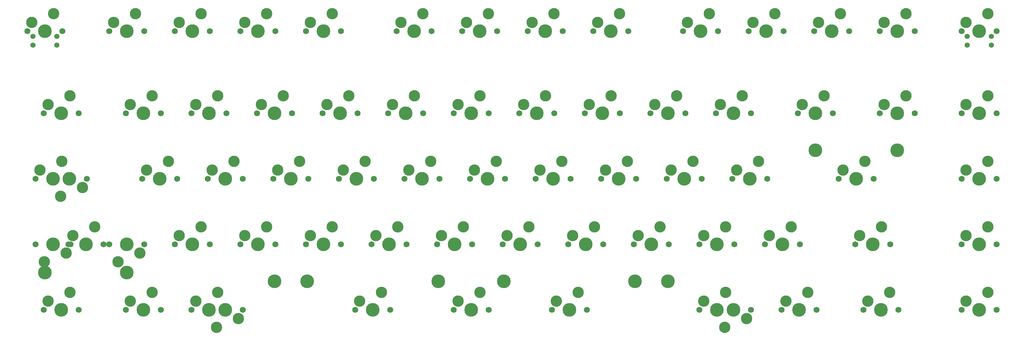
<source format=gbr>
%TF.GenerationSoftware,KiCad,Pcbnew,8.0.4*%
%TF.CreationDate,2024-08-19T01:28:38+08:00*%
%TF.ProjectId,cloak-xt,636c6f61-6b2d-4787-942e-6b696361645f,rev?*%
%TF.SameCoordinates,Original*%
%TF.FileFunction,Soldermask,Top*%
%TF.FilePolarity,Negative*%
%FSLAX46Y46*%
G04 Gerber Fmt 4.6, Leading zero omitted, Abs format (unit mm)*
G04 Created by KiCad (PCBNEW 8.0.4) date 2024-08-19 01:28:38*
%MOMM*%
%LPD*%
G01*
G04 APERTURE LIST*
%ADD10C,3.987800*%
%ADD11C,1.500000*%
%ADD12C,1.750000*%
%ADD13C,3.300000*%
G04 APERTURE END LIST*
D10*
%TO.C,ENC2*%
X338386411Y-83119536D03*
D11*
X341886411Y-87119536D03*
X341886411Y-84619536D03*
X334886411Y-84619536D03*
X334886411Y-87119536D03*
%TD*%
D10*
%TO.C,S44*%
X66923911Y-153287036D03*
X90736411Y-153287036D03*
%TD*%
%TO.C,S62*%
X181223911Y-155827036D03*
X143123911Y-155827036D03*
%TD*%
%TO.C,ENC1*%
X66923911Y-83119536D03*
D11*
X70423911Y-87119536D03*
X70423911Y-84619536D03*
X63423911Y-84619536D03*
X63423911Y-87119536D03*
%TD*%
D10*
%TO.C,S41*%
X314573911Y-117727036D03*
X290761411Y-117727036D03*
%TD*%
%TO.C,S63*%
X247898911Y-155827036D03*
X133598911Y-155827036D03*
%TD*%
%TO.C,S64*%
X238373911Y-155827036D03*
X200273911Y-155827036D03*
%TD*%
D12*
%TO.C,MX59*%
X100578911Y-164082036D03*
D10*
X95498911Y-164082036D03*
D12*
X90418911Y-164082036D03*
D13*
X91688911Y-161542036D03*
X98038911Y-159002036D03*
%TD*%
D12*
%TO.C,MX20*%
X176778911Y-106932036D03*
D10*
X171698911Y-106932036D03*
D12*
X166618911Y-106932036D03*
D13*
X167888911Y-104392036D03*
X174238911Y-101852036D03*
%TD*%
D12*
%TO.C,MX1*%
X72003911Y-83119536D03*
D10*
X66923911Y-83119536D03*
D12*
X61843911Y-83119536D03*
D13*
X63113911Y-80579536D03*
X69463911Y-78039536D03*
%TD*%
D12*
%TO.C,MX22*%
X214878911Y-106932036D03*
D10*
X209798911Y-106932036D03*
D12*
X204718911Y-106932036D03*
D13*
X205988911Y-104392036D03*
X212338911Y-101852036D03*
%TD*%
D12*
%TO.C,MX17*%
X119628911Y-106932036D03*
D10*
X114548911Y-106932036D03*
D12*
X109468911Y-106932036D03*
D13*
X110738911Y-104392036D03*
X117088911Y-101852036D03*
%TD*%
D12*
%TO.C,MX53*%
X248216411Y-145032036D03*
D10*
X243136411Y-145032036D03*
D12*
X238056411Y-145032036D03*
D13*
X239326411Y-142492036D03*
X245676411Y-139952036D03*
%TD*%
D12*
%TO.C,MX14*%
X343466411Y-83119536D03*
D10*
X338386411Y-83119536D03*
D12*
X333306411Y-83119536D03*
D13*
X334576411Y-80579536D03*
X340926411Y-78039536D03*
%TD*%
D12*
%TO.C,MX12*%
X300603911Y-83119536D03*
D10*
X295523911Y-83119536D03*
D12*
X290443911Y-83119536D03*
D13*
X291713911Y-80579536D03*
X298063911Y-78039536D03*
%TD*%
D12*
%TO.C,MX56*%
X312510161Y-145032036D03*
D10*
X307430161Y-145032036D03*
D12*
X302350161Y-145032036D03*
D13*
X303620161Y-142492036D03*
X309970161Y-139952036D03*
%TD*%
D12*
%TO.C,MX60*%
X119628911Y-164082036D03*
D10*
X114548911Y-164082036D03*
D12*
X109468911Y-164082036D03*
D13*
X110738911Y-161542036D03*
X117088911Y-159002036D03*
%TD*%
D12*
%TO.C,MX34*%
X162491411Y-125982036D03*
D10*
X157411411Y-125982036D03*
D12*
X152331411Y-125982036D03*
D13*
X153601411Y-123442036D03*
X159951411Y-120902036D03*
%TD*%
D12*
%TO.C,MX13*%
X319653911Y-83119536D03*
D10*
X314573911Y-83119536D03*
D12*
X309493911Y-83119536D03*
D13*
X310763911Y-80579536D03*
X317113911Y-78039536D03*
%TD*%
D12*
%TO.C,MX46*%
X114866411Y-145032036D03*
D10*
X109786411Y-145032036D03*
D12*
X104706411Y-145032036D03*
D13*
X105976411Y-142492036D03*
X112326411Y-139952036D03*
%TD*%
D12*
%TO.C,MX42*%
X343466411Y-125982036D03*
D10*
X338386411Y-125982036D03*
D12*
X333306411Y-125982036D03*
D13*
X334576411Y-123442036D03*
X340926411Y-120902036D03*
%TD*%
D12*
%TO.C,MX45*%
X85656411Y-145032036D03*
D10*
X90736411Y-145032036D03*
D12*
X95816411Y-145032036D03*
D13*
X94546411Y-147572036D03*
X88196411Y-150112036D03*
%TD*%
D12*
%TO.C,MX29*%
X74385161Y-125982036D03*
D10*
X69305161Y-125982036D03*
D12*
X64225161Y-125982036D03*
D13*
X65495161Y-123442036D03*
X71845161Y-120902036D03*
%TD*%
D12*
%TO.C,MX7*%
X198305411Y-83119536D03*
D10*
X193225411Y-83119536D03*
D12*
X188145411Y-83119536D03*
D13*
X189415411Y-80579536D03*
X195765411Y-78039536D03*
%TD*%
%TO.C,MX30*%
X71527661Y-131062036D03*
X77877661Y-128522036D03*
D12*
X79147661Y-125982036D03*
D10*
X74067661Y-125982036D03*
D12*
X68987661Y-125982036D03*
%TD*%
%TO.C,MX8*%
X217355411Y-83119536D03*
D10*
X212275411Y-83119536D03*
D12*
X207195411Y-83119536D03*
D13*
X208465411Y-80579536D03*
X214815411Y-78039536D03*
%TD*%
D12*
%TO.C,MX16*%
X100578911Y-106932036D03*
D10*
X95498911Y-106932036D03*
D12*
X90418911Y-106932036D03*
D13*
X91688911Y-104392036D03*
X98038911Y-101852036D03*
%TD*%
D12*
%TO.C,MX33*%
X143441411Y-125982036D03*
D10*
X138361411Y-125982036D03*
D12*
X133281411Y-125982036D03*
D13*
X134551411Y-123442036D03*
X140901411Y-120902036D03*
%TD*%
D12*
%TO.C,MX54*%
X267266411Y-145032036D03*
D10*
X262186411Y-145032036D03*
D12*
X257106411Y-145032036D03*
D13*
X258376411Y-142492036D03*
X264726411Y-139952036D03*
%TD*%
D12*
%TO.C,MX65*%
X267266411Y-164082036D03*
D10*
X262186411Y-164082036D03*
D12*
X257106411Y-164082036D03*
D13*
X258376411Y-161542036D03*
X264726411Y-159002036D03*
%TD*%
D12*
%TO.C,MX24*%
X252978911Y-106932036D03*
D10*
X247898911Y-106932036D03*
D12*
X242818911Y-106932036D03*
D13*
X244088911Y-104392036D03*
X250438911Y-101852036D03*
%TD*%
D12*
%TO.C,MX31*%
X105341411Y-125982036D03*
D10*
X100261411Y-125982036D03*
D12*
X95181411Y-125982036D03*
D13*
X96451411Y-123442036D03*
X102801411Y-120902036D03*
%TD*%
D12*
%TO.C,MX3*%
X114866411Y-83119536D03*
D10*
X109786411Y-83119536D03*
D12*
X104706411Y-83119536D03*
D13*
X105976411Y-80579536D03*
X112326411Y-78039536D03*
%TD*%
D12*
%TO.C,MX18*%
X138678911Y-106932036D03*
D10*
X133598911Y-106932036D03*
D12*
X128518911Y-106932036D03*
D13*
X129788911Y-104392036D03*
X136138911Y-101852036D03*
%TD*%
D12*
%TO.C,MX6*%
X179255411Y-83119536D03*
D10*
X174175411Y-83119536D03*
D12*
X169095411Y-83119536D03*
D13*
X170365411Y-80579536D03*
X176715411Y-78039536D03*
%TD*%
D12*
%TO.C,MX41*%
X307747661Y-125982036D03*
D10*
X302667661Y-125982036D03*
D12*
X297587661Y-125982036D03*
D13*
X298857661Y-123442036D03*
X305207661Y-120902036D03*
%TD*%
D12*
%TO.C,MX25*%
X272028911Y-106932036D03*
D10*
X266948911Y-106932036D03*
D12*
X261868911Y-106932036D03*
D13*
X263138911Y-104392036D03*
X269488911Y-101852036D03*
%TD*%
D12*
%TO.C,MX11*%
X281553911Y-83119536D03*
D10*
X276473911Y-83119536D03*
D12*
X271393911Y-83119536D03*
D13*
X272663911Y-80579536D03*
X279013911Y-78039536D03*
%TD*%
D12*
%TO.C,MX5*%
X152966411Y-83119536D03*
D10*
X147886411Y-83119536D03*
D12*
X142806411Y-83119536D03*
D13*
X144076411Y-80579536D03*
X150426411Y-78039536D03*
%TD*%
D12*
%TO.C,MX2*%
X95816411Y-83119536D03*
D10*
X90736411Y-83119536D03*
D12*
X85656411Y-83119536D03*
D13*
X86926411Y-80579536D03*
X93276411Y-78039536D03*
%TD*%
D12*
%TO.C,MX38*%
X238691411Y-125982036D03*
D10*
X233611411Y-125982036D03*
D12*
X228531411Y-125982036D03*
D13*
X229801411Y-123442036D03*
X236151411Y-120902036D03*
%TD*%
D12*
%TO.C,MX48*%
X152966411Y-145032036D03*
D10*
X147886411Y-145032036D03*
D12*
X142806411Y-145032036D03*
D13*
X144076411Y-142492036D03*
X150426411Y-139952036D03*
%TD*%
D12*
%TO.C,MX52*%
X229166411Y-145032036D03*
D10*
X224086411Y-145032036D03*
D12*
X219006411Y-145032036D03*
D13*
X220276411Y-142492036D03*
X226626411Y-139952036D03*
%TD*%
D12*
%TO.C,MX47*%
X133916411Y-145032036D03*
D10*
X128836411Y-145032036D03*
D12*
X123756411Y-145032036D03*
D13*
X125026411Y-142492036D03*
X131376411Y-139952036D03*
%TD*%
D12*
%TO.C,MX68*%
X314891411Y-164082036D03*
D10*
X309811411Y-164082036D03*
D12*
X304731411Y-164082036D03*
D13*
X306001411Y-161542036D03*
X312351411Y-159002036D03*
%TD*%
D12*
%TO.C,MX21*%
X195828911Y-106932036D03*
D10*
X190748911Y-106932036D03*
D12*
X185668911Y-106932036D03*
D13*
X186938911Y-104392036D03*
X193288911Y-101852036D03*
%TD*%
D12*
%TO.C,MX64*%
X224403911Y-164082036D03*
D10*
X219323911Y-164082036D03*
D12*
X214243911Y-164082036D03*
D13*
X215513911Y-161542036D03*
X221863911Y-159002036D03*
%TD*%
D12*
%TO.C,MX19*%
X157728911Y-106932036D03*
D10*
X152648911Y-106932036D03*
D12*
X147568911Y-106932036D03*
D13*
X148838911Y-104392036D03*
X155188911Y-101852036D03*
%TD*%
D12*
%TO.C,MX69*%
X343466411Y-164082036D03*
D10*
X338386411Y-164082036D03*
D12*
X333306411Y-164082036D03*
D13*
X334576411Y-161542036D03*
X340926411Y-159002036D03*
%TD*%
D12*
%TO.C,MX43*%
X64225161Y-145032036D03*
D10*
X69305161Y-145032036D03*
D12*
X74385161Y-145032036D03*
D13*
X73115161Y-147572036D03*
X66765161Y-150112036D03*
%TD*%
D12*
%TO.C,MX9*%
X236405411Y-83119536D03*
D10*
X231325411Y-83119536D03*
D12*
X226245411Y-83119536D03*
D13*
X227515411Y-80579536D03*
X233865411Y-78039536D03*
%TD*%
D12*
%TO.C,MX49*%
X172016411Y-145032036D03*
D10*
X166936411Y-145032036D03*
D12*
X161856411Y-145032036D03*
D13*
X163126411Y-142492036D03*
X169476411Y-139952036D03*
%TD*%
D12*
%TO.C,MX51*%
X210116411Y-145032036D03*
D10*
X205036411Y-145032036D03*
D12*
X199956411Y-145032036D03*
D13*
X201226411Y-142492036D03*
X207576411Y-139952036D03*
%TD*%
D12*
%TO.C,MX23*%
X233928911Y-106932036D03*
D10*
X228848911Y-106932036D03*
D12*
X223768911Y-106932036D03*
D13*
X225038911Y-104392036D03*
X231388911Y-101852036D03*
%TD*%
D12*
%TO.C,MX39*%
X257741411Y-125982036D03*
D10*
X252661411Y-125982036D03*
D12*
X247581411Y-125982036D03*
D13*
X248851411Y-123442036D03*
X255201411Y-120902036D03*
%TD*%
D12*
%TO.C,MX35*%
X181541411Y-125982036D03*
D10*
X176461411Y-125982036D03*
D12*
X171381411Y-125982036D03*
D13*
X172651411Y-123442036D03*
X179001411Y-120902036D03*
%TD*%
D12*
%TO.C,MX40*%
X276791411Y-125982036D03*
D10*
X271711411Y-125982036D03*
D12*
X266631411Y-125982036D03*
D13*
X267901411Y-123442036D03*
X274251411Y-120902036D03*
%TD*%
D12*
%TO.C,MX36*%
X200591411Y-125982036D03*
D10*
X195511411Y-125982036D03*
D12*
X190431411Y-125982036D03*
D13*
X191701411Y-123442036D03*
X198051411Y-120902036D03*
%TD*%
%TO.C,MX62*%
X164713911Y-159002036D03*
X158363911Y-161542036D03*
D12*
X157093911Y-164082036D03*
D10*
X162173911Y-164082036D03*
D12*
X167253911Y-164082036D03*
%TD*%
%TO.C,MX57*%
X343466411Y-145032036D03*
D10*
X338386411Y-145032036D03*
D12*
X333306411Y-145032036D03*
D13*
X334576411Y-142492036D03*
X340926411Y-139952036D03*
%TD*%
D12*
%TO.C,MX28*%
X343466411Y-106932036D03*
D10*
X338386411Y-106932036D03*
D12*
X333306411Y-106932036D03*
D13*
X334576411Y-104392036D03*
X340926411Y-101852036D03*
%TD*%
D12*
%TO.C,MX61*%
X114231411Y-164082036D03*
D10*
X119311411Y-164082036D03*
D12*
X124391411Y-164082036D03*
D13*
X123121411Y-166622036D03*
X116771411Y-169162036D03*
%TD*%
%TO.C,MX67*%
X288538911Y-159002036D03*
X282188911Y-161542036D03*
D12*
X280918911Y-164082036D03*
D10*
X285998911Y-164082036D03*
D12*
X291078911Y-164082036D03*
%TD*%
%TO.C,MX37*%
X219641411Y-125982036D03*
D10*
X214561411Y-125982036D03*
D12*
X209481411Y-125982036D03*
D13*
X210751411Y-123442036D03*
X217101411Y-120902036D03*
%TD*%
D12*
%TO.C,MX15*%
X76766411Y-106932036D03*
D10*
X71686411Y-106932036D03*
D12*
X66606411Y-106932036D03*
D13*
X67876411Y-104392036D03*
X74226411Y-101852036D03*
%TD*%
D12*
%TO.C,MX32*%
X124391411Y-125982036D03*
D10*
X119311411Y-125982036D03*
D12*
X114231411Y-125982036D03*
D13*
X115501411Y-123442036D03*
X121851411Y-120902036D03*
%TD*%
D12*
%TO.C,MX55*%
X286316411Y-145032036D03*
D10*
X281236411Y-145032036D03*
D12*
X276156411Y-145032036D03*
D13*
X277426411Y-142492036D03*
X283776411Y-139952036D03*
%TD*%
D12*
%TO.C,MX44*%
X83910161Y-145032036D03*
D10*
X78830161Y-145032036D03*
D12*
X73750161Y-145032036D03*
D13*
X75020161Y-142492036D03*
X81370161Y-139952036D03*
%TD*%
D12*
%TO.C,MX27*%
X319653911Y-106932036D03*
D10*
X314573911Y-106932036D03*
D12*
X309493911Y-106932036D03*
D13*
X310763911Y-104392036D03*
X317113911Y-101852036D03*
%TD*%
D12*
%TO.C,MX66*%
X261868911Y-164082036D03*
D10*
X266948911Y-164082036D03*
D12*
X272028911Y-164082036D03*
D13*
X270758911Y-166622036D03*
X264408911Y-169162036D03*
%TD*%
D12*
%TO.C,MX26*%
X295841411Y-106932036D03*
D10*
X290761411Y-106932036D03*
D12*
X285681411Y-106932036D03*
D13*
X286951411Y-104392036D03*
X293301411Y-101852036D03*
%TD*%
D12*
%TO.C,MX50*%
X191066411Y-145032036D03*
D10*
X185986411Y-145032036D03*
D12*
X180906411Y-145032036D03*
D13*
X182176411Y-142492036D03*
X188526411Y-139952036D03*
%TD*%
D12*
%TO.C,MX58*%
X76766411Y-164082036D03*
D10*
X71686411Y-164082036D03*
D12*
X66606411Y-164082036D03*
D13*
X67876411Y-161542036D03*
X74226411Y-159002036D03*
%TD*%
D12*
%TO.C,MX63*%
X195828911Y-164082036D03*
D10*
X190748911Y-164082036D03*
D12*
X185668911Y-164082036D03*
D13*
X186938911Y-161542036D03*
X193288911Y-159002036D03*
%TD*%
D12*
%TO.C,MX10*%
X262503911Y-83119536D03*
D10*
X257423911Y-83119536D03*
D12*
X252343911Y-83119536D03*
D13*
X253613911Y-80579536D03*
X259963911Y-78039536D03*
%TD*%
D12*
%TO.C,MX4*%
X133916411Y-83119536D03*
D10*
X128836411Y-83119536D03*
D12*
X123756411Y-83119536D03*
D13*
X125026411Y-80579536D03*
X131376411Y-78039536D03*
%TD*%
D10*
%TO.C,S1*%
X143123911Y-155827036D03*
X238373911Y-155827036D03*
%TD*%
M02*

</source>
